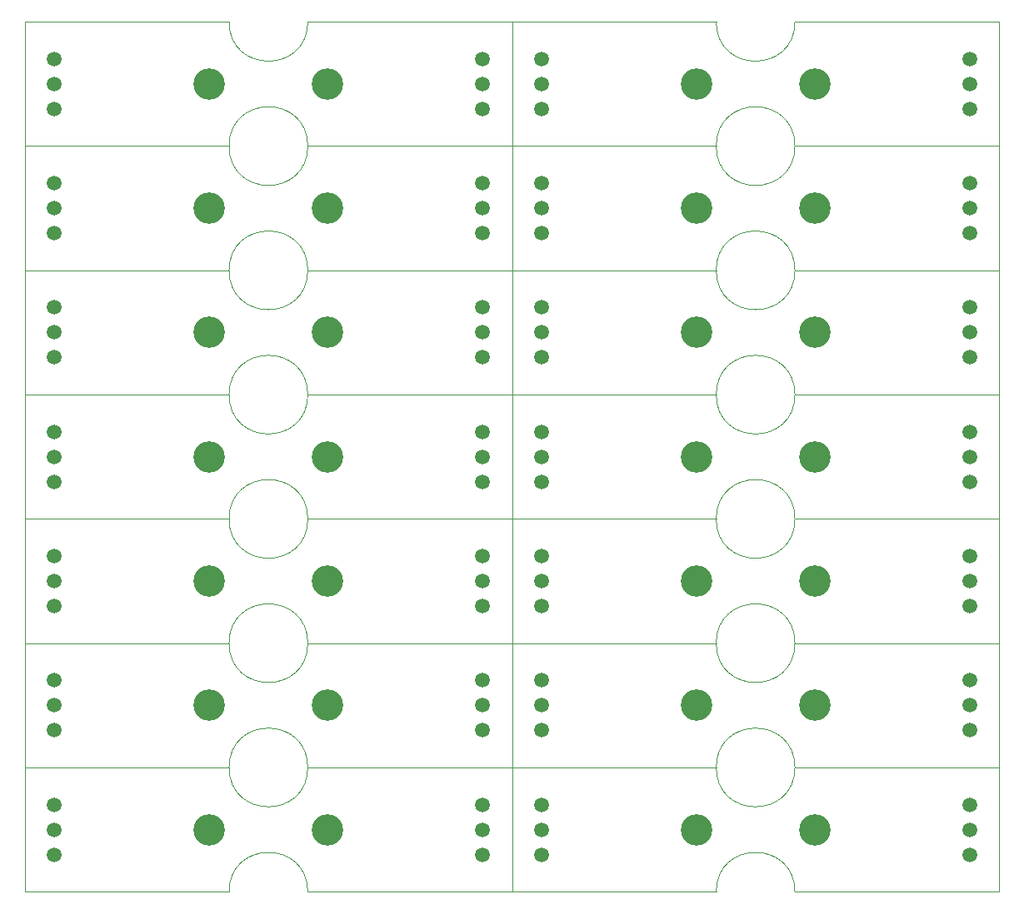
<source format=gbr>
%TF.GenerationSoftware,KiCad,Pcbnew,6.0.11-2627ca5db0~126~ubuntu20.04.1*%
%TF.CreationDate,2024-03-14T23:27:02-05:00*%
%TF.ProjectId,,58585858-5858-4585-9858-585858585858,rev?*%
%TF.SameCoordinates,Original*%
%TF.FileFunction,Soldermask,Bot*%
%TF.FilePolarity,Negative*%
%FSLAX46Y46*%
G04 Gerber Fmt 4.6, Leading zero omitted, Abs format (unit mm)*
G04 Created by KiCad (PCBNEW 6.0.11-2627ca5db0~126~ubuntu20.04.1) date 2024-03-14 23:27:02*
%MOMM*%
%LPD*%
G01*
G04 APERTURE LIST*
%TA.AperFunction,Profile*%
%ADD10C,0.100000*%
%TD*%
%ADD11C,3.200000*%
%ADD12C,1.500000*%
G04 APERTURE END LIST*
D10*
X152800000Y-131262800D02*
G75*
G03*
X160800000Y-131262800I4000000J0D01*
G01*
X181550000Y-131262800D02*
X181550000Y-143902800D01*
X160800000Y-131262800D02*
X181550000Y-131262800D01*
X132050000Y-131262800D02*
X132050000Y-143902800D01*
X160800000Y-143902800D02*
X181550000Y-143902800D01*
X132050000Y-143902800D02*
X152800000Y-143902800D01*
X160800000Y-143902800D02*
G75*
G03*
X152800000Y-143902800I-4000000J0D01*
G01*
X132050000Y-131262800D02*
X152800000Y-131262800D01*
X103300000Y-131262800D02*
G75*
G03*
X111300000Y-131262800I4000000J0D01*
G01*
X132050000Y-131262800D02*
X132050000Y-143902800D01*
X111300000Y-131262800D02*
X132050000Y-131262800D01*
X82550000Y-131262800D02*
X82550000Y-143902800D01*
X111300000Y-143902800D02*
X132050000Y-143902800D01*
X82550000Y-143902800D02*
X103300000Y-143902800D01*
X111300000Y-143902800D02*
G75*
G03*
X103300000Y-143902800I-4000000J0D01*
G01*
X82550000Y-131262800D02*
X103300000Y-131262800D01*
X152800000Y-118622800D02*
G75*
G03*
X160800000Y-118622800I4000000J0D01*
G01*
X181550000Y-118622800D02*
X181550000Y-131262800D01*
X160800000Y-118622800D02*
X181550000Y-118622800D01*
X132050000Y-118622800D02*
X132050000Y-131262800D01*
X160800000Y-131262800D02*
X181550000Y-131262800D01*
X132050000Y-131262800D02*
X152800000Y-131262800D01*
X160800000Y-131262800D02*
G75*
G03*
X152800000Y-131262800I-4000000J0D01*
G01*
X132050000Y-118622800D02*
X152800000Y-118622800D01*
X103300000Y-118622800D02*
G75*
G03*
X111300000Y-118622800I4000000J0D01*
G01*
X132050000Y-118622800D02*
X132050000Y-131262800D01*
X111300000Y-118622800D02*
X132050000Y-118622800D01*
X82550000Y-118622800D02*
X82550000Y-131262800D01*
X111300000Y-131262800D02*
X132050000Y-131262800D01*
X82550000Y-131262800D02*
X103300000Y-131262800D01*
X111300000Y-131262800D02*
G75*
G03*
X103300000Y-131262800I-4000000J0D01*
G01*
X82550000Y-118622800D02*
X103300000Y-118622800D01*
X152800000Y-105982800D02*
G75*
G03*
X160800000Y-105982800I4000000J0D01*
G01*
X181550000Y-105982800D02*
X181550000Y-118622800D01*
X160800000Y-105982800D02*
X181550000Y-105982800D01*
X132050000Y-105982800D02*
X132050000Y-118622800D01*
X160800000Y-118622800D02*
X181550000Y-118622800D01*
X132050000Y-118622800D02*
X152800000Y-118622800D01*
X160800000Y-118622800D02*
G75*
G03*
X152800000Y-118622800I-4000000J0D01*
G01*
X132050000Y-105982800D02*
X152800000Y-105982800D01*
X103300000Y-105982800D02*
G75*
G03*
X111300000Y-105982800I4000000J0D01*
G01*
X132050000Y-105982800D02*
X132050000Y-118622800D01*
X111300000Y-105982800D02*
X132050000Y-105982800D01*
X82550000Y-105982800D02*
X82550000Y-118622800D01*
X111300000Y-118622800D02*
X132050000Y-118622800D01*
X82550000Y-118622800D02*
X103300000Y-118622800D01*
X111300000Y-118622800D02*
G75*
G03*
X103300000Y-118622800I-4000000J0D01*
G01*
X82550000Y-105982800D02*
X103300000Y-105982800D01*
X152800000Y-93342800D02*
G75*
G03*
X160800000Y-93342800I4000000J0D01*
G01*
X181550000Y-93342800D02*
X181550000Y-105982800D01*
X160800000Y-93342800D02*
X181550000Y-93342800D01*
X132050000Y-93342800D02*
X132050000Y-105982800D01*
X160800000Y-105982800D02*
X181550000Y-105982800D01*
X132050000Y-105982800D02*
X152800000Y-105982800D01*
X160800000Y-105982800D02*
G75*
G03*
X152800000Y-105982800I-4000000J0D01*
G01*
X132050000Y-93342800D02*
X152800000Y-93342800D01*
X103300000Y-93342800D02*
G75*
G03*
X111300000Y-93342800I4000000J0D01*
G01*
X132050000Y-93342800D02*
X132050000Y-105982800D01*
X111300000Y-93342800D02*
X132050000Y-93342800D01*
X82550000Y-93342800D02*
X82550000Y-105982800D01*
X111300000Y-105982800D02*
X132050000Y-105982800D01*
X82550000Y-105982800D02*
X103300000Y-105982800D01*
X111300000Y-105982800D02*
G75*
G03*
X103300000Y-105982800I-4000000J0D01*
G01*
X82550000Y-93342800D02*
X103300000Y-93342800D01*
X152800000Y-80702800D02*
G75*
G03*
X160800000Y-80702800I4000000J0D01*
G01*
X181550000Y-80702800D02*
X181550000Y-93342800D01*
X160800000Y-80702800D02*
X181550000Y-80702800D01*
X132050000Y-80702800D02*
X132050000Y-93342800D01*
X160800000Y-93342800D02*
X181550000Y-93342800D01*
X132050000Y-93342800D02*
X152800000Y-93342800D01*
X160800000Y-93342800D02*
G75*
G03*
X152800000Y-93342800I-4000000J0D01*
G01*
X132050000Y-80702800D02*
X152800000Y-80702800D01*
X103300000Y-80702800D02*
G75*
G03*
X111300000Y-80702800I4000000J0D01*
G01*
X132050000Y-80702800D02*
X132050000Y-93342800D01*
X111300000Y-80702800D02*
X132050000Y-80702800D01*
X82550000Y-80702800D02*
X82550000Y-93342800D01*
X111300000Y-93342800D02*
X132050000Y-93342800D01*
X82550000Y-93342800D02*
X103300000Y-93342800D01*
X111300000Y-93342800D02*
G75*
G03*
X103300000Y-93342800I-4000000J0D01*
G01*
X82550000Y-80702800D02*
X103300000Y-80702800D01*
X152800000Y-68062800D02*
G75*
G03*
X160800000Y-68062800I4000000J0D01*
G01*
X181550000Y-68062800D02*
X181550000Y-80702800D01*
X160800000Y-68062800D02*
X181550000Y-68062800D01*
X132050000Y-68062800D02*
X132050000Y-80702800D01*
X160800000Y-80702800D02*
X181550000Y-80702800D01*
X132050000Y-80702800D02*
X152800000Y-80702800D01*
X160800000Y-80702800D02*
G75*
G03*
X152800000Y-80702800I-4000000J0D01*
G01*
X132050000Y-68062800D02*
X152800000Y-68062800D01*
X103300000Y-68062800D02*
G75*
G03*
X111300000Y-68062800I4000000J0D01*
G01*
X132050000Y-68062800D02*
X132050000Y-80702800D01*
X111300000Y-68062800D02*
X132050000Y-68062800D01*
X82550000Y-68062800D02*
X82550000Y-80702800D01*
X111300000Y-80702800D02*
X132050000Y-80702800D01*
X82550000Y-80702800D02*
X103300000Y-80702800D01*
X111300000Y-80702800D02*
G75*
G03*
X103300000Y-80702800I-4000000J0D01*
G01*
X82550000Y-68062800D02*
X103300000Y-68062800D01*
X152800000Y-55422800D02*
G75*
G03*
X160800000Y-55422800I4000000J0D01*
G01*
X181550000Y-55422800D02*
X181550000Y-68062800D01*
X160800000Y-55422800D02*
X181550000Y-55422800D01*
X132050000Y-55422800D02*
X132050000Y-68062800D01*
X160800000Y-68062800D02*
X181550000Y-68062800D01*
X132050000Y-68062800D02*
X152800000Y-68062800D01*
X160800000Y-68062800D02*
G75*
G03*
X152800000Y-68062800I-4000000J0D01*
G01*
X132050000Y-55422800D02*
X152800000Y-55422800D01*
X103300000Y-55422800D02*
G75*
G03*
X111300000Y-55422800I4000000J0D01*
G01*
X111300000Y-55422800D02*
X132050000Y-55422800D01*
X82550000Y-55422800D02*
X103300000Y-55422800D01*
X82550000Y-68062800D02*
X103300000Y-68062800D01*
X111300000Y-68062800D02*
X132050000Y-68062800D01*
X132050000Y-55422800D02*
X132050000Y-68062800D01*
X111300000Y-68062800D02*
G75*
G03*
X103300000Y-68062800I-4000000J0D01*
G01*
X82550000Y-55422800D02*
X82550000Y-68062800D01*
D11*
%TO.C,REF\u002A\u002A225*%
X150800000Y-137582800D03*
%TD*%
D12*
%TO.C,REF\u002A\u002A232*%
X178575000Y-135042800D03*
%TD*%
%TO.C,REF\u002A\u002A228*%
X178575000Y-137582800D03*
%TD*%
%TO.C,REF\u002A\u002A220*%
X178575000Y-140122800D03*
%TD*%
%TO.C,REF\u002A\u002A219*%
X135025000Y-140122800D03*
%TD*%
D11*
%TO.C,REF\u002A\u002A226*%
X162800000Y-137582800D03*
%TD*%
D12*
%TO.C,REF\u002A\u002A231*%
X135025000Y-135042800D03*
%TD*%
%TO.C,REF\u002A\u002A223*%
X135025000Y-137582800D03*
%TD*%
D11*
%TO.C,REF\u002A\u002A207*%
X101300000Y-137582800D03*
%TD*%
D12*
%TO.C,REF\u002A\u002A214*%
X129075000Y-135042800D03*
%TD*%
%TO.C,REF\u002A\u002A210*%
X129075000Y-137582800D03*
%TD*%
%TO.C,REF\u002A\u002A202*%
X129075000Y-140122800D03*
%TD*%
%TO.C,REF\u002A\u002A201*%
X85525000Y-140122800D03*
%TD*%
D11*
%TO.C,REF\u002A\u002A208*%
X113300000Y-137582800D03*
%TD*%
D12*
%TO.C,REF\u002A\u002A213*%
X85525000Y-135042800D03*
%TD*%
%TO.C,REF\u002A\u002A205*%
X85525000Y-137582800D03*
%TD*%
D11*
%TO.C,REF\u002A\u002A189*%
X150800000Y-124942800D03*
%TD*%
D12*
%TO.C,REF\u002A\u002A196*%
X178575000Y-122402800D03*
%TD*%
%TO.C,REF\u002A\u002A192*%
X178575000Y-124942800D03*
%TD*%
%TO.C,REF\u002A\u002A184*%
X178575000Y-127482800D03*
%TD*%
%TO.C,REF\u002A\u002A183*%
X135025000Y-127482800D03*
%TD*%
D11*
%TO.C,REF\u002A\u002A190*%
X162800000Y-124942800D03*
%TD*%
D12*
%TO.C,REF\u002A\u002A195*%
X135025000Y-122402800D03*
%TD*%
%TO.C,REF\u002A\u002A187*%
X135025000Y-124942800D03*
%TD*%
D11*
%TO.C,REF\u002A\u002A171*%
X101300000Y-124942800D03*
%TD*%
D12*
%TO.C,REF\u002A\u002A178*%
X129075000Y-122402800D03*
%TD*%
%TO.C,REF\u002A\u002A174*%
X129075000Y-124942800D03*
%TD*%
%TO.C,REF\u002A\u002A166*%
X129075000Y-127482800D03*
%TD*%
%TO.C,REF\u002A\u002A165*%
X85525000Y-127482800D03*
%TD*%
D11*
%TO.C,REF\u002A\u002A172*%
X113300000Y-124942800D03*
%TD*%
D12*
%TO.C,REF\u002A\u002A177*%
X85525000Y-122402800D03*
%TD*%
%TO.C,REF\u002A\u002A169*%
X85525000Y-124942800D03*
%TD*%
D11*
%TO.C,REF\u002A\u002A153*%
X150800000Y-112302800D03*
%TD*%
D12*
%TO.C,REF\u002A\u002A160*%
X178575000Y-109762800D03*
%TD*%
%TO.C,REF\u002A\u002A156*%
X178575000Y-112302800D03*
%TD*%
%TO.C,REF\u002A\u002A148*%
X178575000Y-114842800D03*
%TD*%
%TO.C,REF\u002A\u002A147*%
X135025000Y-114842800D03*
%TD*%
D11*
%TO.C,REF\u002A\u002A154*%
X162800000Y-112302800D03*
%TD*%
D12*
%TO.C,REF\u002A\u002A159*%
X135025000Y-109762800D03*
%TD*%
%TO.C,REF\u002A\u002A151*%
X135025000Y-112302800D03*
%TD*%
D11*
%TO.C,REF\u002A\u002A135*%
X101300000Y-112302800D03*
%TD*%
D12*
%TO.C,REF\u002A\u002A142*%
X129075000Y-109762800D03*
%TD*%
%TO.C,REF\u002A\u002A138*%
X129075000Y-112302800D03*
%TD*%
%TO.C,REF\u002A\u002A130*%
X129075000Y-114842800D03*
%TD*%
%TO.C,REF\u002A\u002A129*%
X85525000Y-114842800D03*
%TD*%
D11*
%TO.C,REF\u002A\u002A136*%
X113300000Y-112302800D03*
%TD*%
D12*
%TO.C,REF\u002A\u002A141*%
X85525000Y-109762800D03*
%TD*%
%TO.C,REF\u002A\u002A133*%
X85525000Y-112302800D03*
%TD*%
D11*
%TO.C,REF\u002A\u002A117*%
X150800000Y-99662800D03*
%TD*%
D12*
%TO.C,REF\u002A\u002A124*%
X178575000Y-97122800D03*
%TD*%
%TO.C,REF\u002A\u002A120*%
X178575000Y-99662800D03*
%TD*%
%TO.C,REF\u002A\u002A112*%
X178575000Y-102202800D03*
%TD*%
%TO.C,REF\u002A\u002A111*%
X135025000Y-102202800D03*
%TD*%
D11*
%TO.C,REF\u002A\u002A118*%
X162800000Y-99662800D03*
%TD*%
D12*
%TO.C,REF\u002A\u002A123*%
X135025000Y-97122800D03*
%TD*%
%TO.C,REF\u002A\u002A115*%
X135025000Y-99662800D03*
%TD*%
D11*
%TO.C,REF\u002A\u002A99*%
X101300000Y-99662800D03*
%TD*%
D12*
%TO.C,REF\u002A\u002A106*%
X129075000Y-97122800D03*
%TD*%
%TO.C,REF\u002A\u002A102*%
X129075000Y-99662800D03*
%TD*%
%TO.C,REF\u002A\u002A94*%
X129075000Y-102202800D03*
%TD*%
%TO.C,REF\u002A\u002A93*%
X85525000Y-102202800D03*
%TD*%
D11*
%TO.C,REF\u002A\u002A100*%
X113300000Y-99662800D03*
%TD*%
D12*
%TO.C,REF\u002A\u002A105*%
X85525000Y-97122800D03*
%TD*%
%TO.C,REF\u002A\u002A97*%
X85525000Y-99662800D03*
%TD*%
D11*
%TO.C,REF\u002A\u002A81*%
X150800000Y-87022800D03*
%TD*%
D12*
%TO.C,REF\u002A\u002A88*%
X178575000Y-84482800D03*
%TD*%
%TO.C,REF\u002A\u002A84*%
X178575000Y-87022800D03*
%TD*%
%TO.C,REF\u002A\u002A76*%
X178575000Y-89562800D03*
%TD*%
%TO.C,REF\u002A\u002A75*%
X135025000Y-89562800D03*
%TD*%
D11*
%TO.C,REF\u002A\u002A82*%
X162800000Y-87022800D03*
%TD*%
D12*
%TO.C,REF\u002A\u002A87*%
X135025000Y-84482800D03*
%TD*%
%TO.C,REF\u002A\u002A79*%
X135025000Y-87022800D03*
%TD*%
D11*
%TO.C,REF\u002A\u002A63*%
X101300000Y-87022800D03*
%TD*%
D12*
%TO.C,REF\u002A\u002A70*%
X129075000Y-84482800D03*
%TD*%
%TO.C,REF\u002A\u002A66*%
X129075000Y-87022800D03*
%TD*%
%TO.C,REF\u002A\u002A58*%
X129075000Y-89562800D03*
%TD*%
%TO.C,REF\u002A\u002A57*%
X85525000Y-89562800D03*
%TD*%
D11*
%TO.C,REF\u002A\u002A64*%
X113300000Y-87022800D03*
%TD*%
D12*
%TO.C,REF\u002A\u002A69*%
X85525000Y-84482800D03*
%TD*%
%TO.C,REF\u002A\u002A61*%
X85525000Y-87022800D03*
%TD*%
D11*
%TO.C,REF\u002A\u002A45*%
X150800000Y-74382800D03*
%TD*%
D12*
%TO.C,REF\u002A\u002A52*%
X178575000Y-71842800D03*
%TD*%
%TO.C,REF\u002A\u002A48*%
X178575000Y-74382800D03*
%TD*%
%TO.C,REF\u002A\u002A40*%
X178575000Y-76922800D03*
%TD*%
%TO.C,REF\u002A\u002A39*%
X135025000Y-76922800D03*
%TD*%
D11*
%TO.C,REF\u002A\u002A46*%
X162800000Y-74382800D03*
%TD*%
D12*
%TO.C,REF\u002A\u002A51*%
X135025000Y-71842800D03*
%TD*%
%TO.C,REF\u002A\u002A43*%
X135025000Y-74382800D03*
%TD*%
D11*
%TO.C,REF\u002A\u002A27*%
X101300000Y-74382800D03*
%TD*%
D12*
%TO.C,REF\u002A\u002A34*%
X129075000Y-71842800D03*
%TD*%
%TO.C,REF\u002A\u002A30*%
X129075000Y-74382800D03*
%TD*%
%TO.C,REF\u002A\u002A22*%
X129075000Y-76922800D03*
%TD*%
%TO.C,REF\u002A\u002A21*%
X85525000Y-76922800D03*
%TD*%
D11*
%TO.C,REF\u002A\u002A28*%
X113300000Y-74382800D03*
%TD*%
D12*
%TO.C,REF\u002A\u002A33*%
X85525000Y-71842800D03*
%TD*%
%TO.C,REF\u002A\u002A25*%
X85525000Y-74382800D03*
%TD*%
D11*
%TO.C,REF\u002A\u002A9*%
X150800000Y-61742800D03*
%TD*%
D12*
%TO.C,REF\u002A\u002A16*%
X178575000Y-59202800D03*
%TD*%
%TO.C,REF\u002A\u002A12*%
X178575000Y-61742800D03*
%TD*%
%TO.C,REF\u002A\u002A4*%
X178575000Y-64282800D03*
%TD*%
%TO.C,REF\u002A\u002A3*%
X135025000Y-64282800D03*
%TD*%
D11*
%TO.C,REF\u002A\u002A10*%
X162800000Y-61742800D03*
%TD*%
D12*
%TO.C,REF\u002A\u002A15*%
X135025000Y-59202800D03*
%TD*%
%TO.C,REF\u002A\u002A7*%
X135025000Y-61742800D03*
%TD*%
%TO.C,REF\u002A\u002A*%
X85525000Y-61742800D03*
%TD*%
%TO.C,REF\u002A\u002A*%
X85525000Y-59202800D03*
%TD*%
D11*
%TO.C,REF\u002A\u002A*%
X113300000Y-61742800D03*
%TD*%
D12*
%TO.C,REF\u002A\u002A*%
X129075000Y-59202800D03*
%TD*%
D11*
%TO.C,REF\u002A\u002A*%
X101300000Y-61742800D03*
%TD*%
D12*
%TO.C,REF\u002A\u002A*%
X85525000Y-64282800D03*
%TD*%
%TO.C,REF\u002A\u002A*%
X129075000Y-64282800D03*
%TD*%
%TO.C,REF\u002A\u002A*%
X129075000Y-61742800D03*
%TD*%
M02*

</source>
